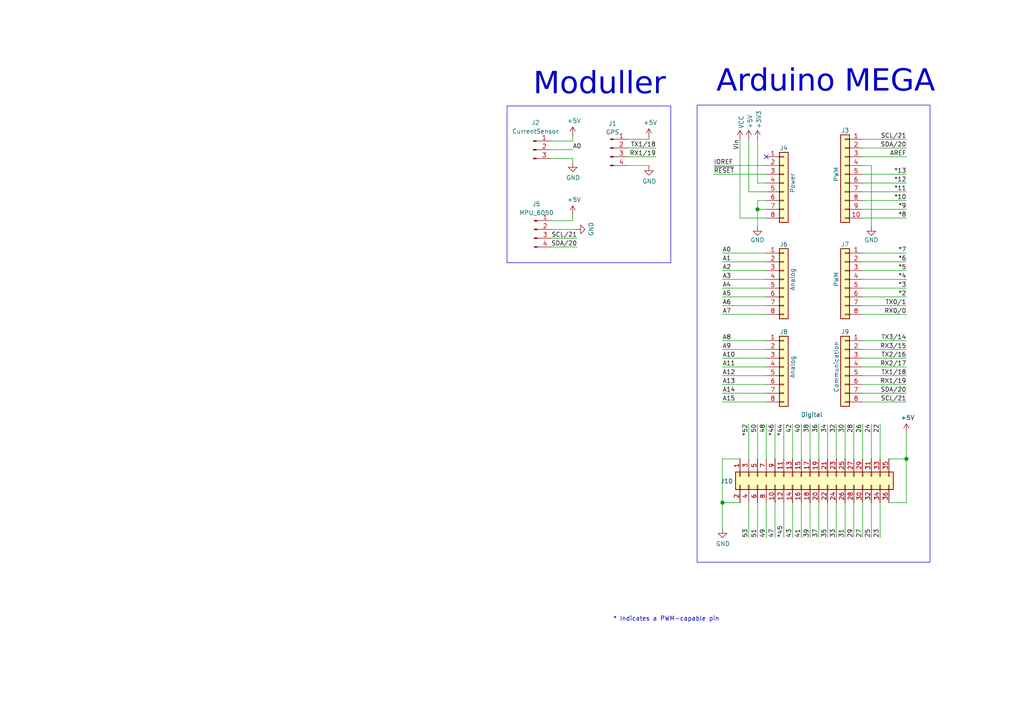
<source format=kicad_sch>
(kicad_sch (version 20230121) (generator eeschema)
  (paper "A4")
  (title_block (date "mar. 31 mars 2015"))
  (lib_symbols
    (symbol "Connector:Conn_01x03_Pin" (pin_names (offset 1.016) hide)
      (property "Reference" "J" (at 0 5.08 0))
      (property "Value" "Conn_01x03_Pin" (at 0 -5.08 0))
      (symbol "Conn_01x03_Pin_1_1"
        (polyline (pts (xy 1.27 -2.54) (xy 0.8636 -2.54)) (stroke (width 0.1524)))
        (polyline (pts (xy 1.27 0) (xy 0.8636 0)) (stroke (width 0.1524)))
        (polyline (pts (xy 1.27 2.54) (xy 0.8636 2.54)) (stroke (width 0.1524)))
        (rectangle (start 0.8636 -2.413) (end 0 -2.667) (stroke (width 0.1524)) (fill (type outline)))
        (rectangle (start 0.8636 0.127) (end 0 -0.127) (stroke (width 0.1524)) (fill (type outline)))
        (rectangle (start 0.8636 2.667) (end 0 2.413) (stroke (width 0.1524)) (fill (type outline)))
        (pin passive line (at 5.08 2.54 180) (length 3.81) (name "Pin_1") (number "1"))
        (pin passive line (at 5.08 0 180) (length 3.81) (name "Pin_2") (number "2"))
        (pin passive line (at 5.08 -2.54 180) (length 3.81) (name "Pin_3") (number "3"))
      )
    )
    (symbol "Connector:Conn_01x04_Pin" (pin_names (offset 1.016) hide)
      (property "Reference" "J" (at 0 5.08 0))
      (property "Value" "Conn_01x04_Pin" (at 0 -7.62 0))
      (symbol "Conn_01x04_Pin_1_1"
        (polyline (pts (xy 1.27 -5.08) (xy 0.8636 -5.08)) (stroke (width 0.1524)))
        (polyline (pts (xy 1.27 -2.54) (xy 0.8636 -2.54)) (stroke (width 0.1524)))
        (polyline (pts (xy 1.27 0) (xy 0.8636 0)) (stroke (width 0.1524)))
        (polyline (pts (xy 1.27 2.54) (xy 0.8636 2.54)) (stroke (width 0.1524)))
        (rectangle (start 0.8636 -4.953) (end 0 -5.207) (stroke (width 0.1524)) (fill (type outline)))
        (rectangle (start 0.8636 -2.413) (end 0 -2.667) (stroke (width 0.1524)) (fill (type outline)))
        (rectangle (start 0.8636 0.127) (end 0 -0.127) (stroke (width 0.1524)) (fill (type outline)))
        (rectangle (start 0.8636 2.667) (end 0 2.413) (stroke (width 0.1524)) (fill (type outline)))
        (pin passive line (at 5.08 2.54 180) (length 3.81) (name "Pin_1") (number "1"))
        (pin passive line (at 5.08 0 180) (length 3.81) (name "Pin_2") (number "2"))
        (pin passive line (at 5.08 -2.54 180) (length 3.81) (name "Pin_3") (number "3"))
        (pin passive line (at 5.08 -5.08 180) (length 3.81) (name "Pin_4") (number "4"))
      )
    )
    (symbol "Connector_Generic:Conn_01x08" (pin_names (offset 1.016) hide)
      (property "Reference" "J" (at 0 10.16 0))
      (property "Value" "Conn_01x08" (at 0 -12.7 0))
      (symbol "Conn_01x08_1_1"
        (rectangle (start -1.27 -10.033) (end 0 -10.287) (stroke (width 0.1524)))
        (rectangle (start -1.27 -7.493) (end 0 -7.747) (stroke (width 0.1524)))
        (rectangle (start -1.27 -4.953) (end 0 -5.207) (stroke (width 0.1524)))
        (rectangle (start -1.27 -2.413) (end 0 -2.667) (stroke (width 0.1524)))
        (rectangle (start -1.27 0.127) (end 0 -0.127) (stroke (width 0.1524)))
        (rectangle (start -1.27 2.667) (end 0 2.413) (stroke (width 0.1524)))
        (rectangle (start -1.27 5.207) (end 0 4.953) (stroke (width 0.1524)))
        (rectangle (start -1.27 7.747) (end 0 7.493) (stroke (width 0.1524)))
        (rectangle (start -1.27 8.89) (end 1.27 -11.43) (stroke (width 0.254)) (fill (type background)))
        (pin passive line (at -5.08 7.62 0) (length 3.81) (name "Pin_1") (number "1"))
        (pin passive line (at -5.08 5.08 0) (length 3.81) (name "Pin_2") (number "2"))
        (pin passive line (at -5.08 2.54 0) (length 3.81) (name "Pin_3") (number "3"))
        (pin passive line (at -5.08 0 0) (length 3.81) (name "Pin_4") (number "4"))
        (pin passive line (at -5.08 -2.54 0) (length 3.81) (name "Pin_5") (number "5"))
        (pin passive line (at -5.08 -5.08 0) (length 3.81) (name "Pin_6") (number "6"))
        (pin passive line (at -5.08 -7.62 0) (length 3.81) (name "Pin_7") (number "7"))
        (pin passive line (at -5.08 -10.16 0) (length 3.81) (name "Pin_8") (number "8"))
      )
    )
    (symbol "Connector_Generic:Conn_01x10" (pin_names (offset 1.016) hide)
      (property "Reference" "J" (at 0 12.7 0))
      (property "Value" "Conn_01x10" (at 0 -15.24 0))
      (symbol "Conn_01x10_1_1"
        (rectangle (start -1.27 -12.573) (end 0 -12.827) (stroke (width 0.1524)))
        (rectangle (start -1.27 -10.033) (end 0 -10.287) (stroke (width 0.1524)))
        (rectangle (start -1.27 -7.493) (end 0 -7.747) (stroke (width 0.1524)))
        (rectangle (start -1.27 -4.953) (end 0 -5.207) (stroke (width 0.1524)))
        (rectangle (start -1.27 -2.413) (end 0 -2.667) (stroke (width 0.1524)))
        (rectangle (start -1.27 0.127) (end 0 -0.127) (stroke (width 0.1524)))
        (rectangle (start -1.27 2.667) (end 0 2.413) (stroke (width 0.1524)))
        (rectangle (start -1.27 5.207) (end 0 4.953) (stroke (width 0.1524)))
        (rectangle (start -1.27 7.747) (end 0 7.493) (stroke (width 0.1524)))
        (rectangle (start -1.27 10.287) (end 0 10.033) (stroke (width 0.1524)))
        (rectangle (start -1.27 11.43) (end 1.27 -13.97) (stroke (width 0.254)) (fill (type background)))
        (pin passive line (at -5.08 10.16 0) (length 3.81) (name "Pin_1") (number "1"))
        (pin passive line (at -5.08 -12.7 0) (length 3.81) (name "Pin_10") (number "10"))
        (pin passive line (at -5.08 7.62 0) (length 3.81) (name "Pin_2") (number "2"))
        (pin passive line (at -5.08 5.08 0) (length 3.81) (name "Pin_3") (number "3"))
        (pin passive line (at -5.08 2.54 0) (length 3.81) (name "Pin_4") (number "4"))
        (pin passive line (at -5.08 0 0) (length 3.81) (name "Pin_5") (number "5"))
        (pin passive line (at -5.08 -2.54 0) (length 3.81) (name "Pin_6") (number "6"))
        (pin passive line (at -5.08 -5.08 0) (length 3.81) (name "Pin_7") (number "7"))
        (pin passive line (at -5.08 -7.62 0) (length 3.81) (name "Pin_8") (number "8"))
        (pin passive line (at -5.08 -10.16 0) (length 3.81) (name "Pin_9") (number "9"))
      )
    )
    (symbol "Connector_Generic:Conn_02x18_Odd_Even" (pin_names (offset 1.016) hide)
      (property "Reference" "J" (at 1.27 22.86 0))
      (property "Value" "Conn_02x18_Odd_Even" (at 1.27 -25.4 0))
      (symbol "Conn_02x18_Odd_Even_1_1"
        (rectangle (start -1.27 -22.733) (end 0 -22.987) (stroke (width 0.1524)))
        (rectangle (start -1.27 -20.193) (end 0 -20.447) (stroke (width 0.1524)))
        (rectangle (start -1.27 -17.653) (end 0 -17.907) (stroke (width 0.1524)))
        (rectangle (start -1.27 -15.113) (end 0 -15.367) (stroke (width 0.1524)))
        (rectangle (start -1.27 -12.573) (end 0 -12.827) (stroke (width 0.1524)))
        (rectangle (start -1.27 -10.033) (end 0 -10.287) (stroke (width 0.1524)))
        (rectangle (start -1.27 -7.493) (end 0 -7.747) (stroke (width 0.1524)))
        (rectangle (start -1.27 -4.953) (end 0 -5.207) (stroke (width 0.1524)))
        (rectangle (start -1.27 -2.413) (end 0 -2.667) (stroke (width 0.1524)))
        (rectangle (start -1.27 0.127) (end 0 -0.127) (stroke (width 0.1524)))
        (rectangle (start -1.27 2.667) (end 0 2.413) (stroke (width 0.1524)))
        (rectangle (start -1.27 5.207) (end 0 4.953) (stroke (width 0.1524)))
        (rectangle (start -1.27 7.747) (end 0 7.493) (stroke (width 0.1524)))
        (rectangle (start -1.27 10.287) (end 0 10.033) (stroke (width 0.1524)))
        (rectangle (start -1.27 12.827) (end 0 12.573) (stroke (width 0.1524)))
        (rectangle (start -1.27 15.367) (end 0 15.113) (stroke (width 0.1524)))
        (rectangle (start -1.27 17.907) (end 0 17.653) (stroke (width 0.1524)))
        (rectangle (start -1.27 20.447) (end 0 20.193) (stroke (width 0.1524)))
        (rectangle (start -1.27 21.59) (end 3.81 -24.13) (stroke (width 0.254)) (fill (type background)))
        (rectangle (start 3.81 -22.733) (end 2.54 -22.987) (stroke (width 0.1524)))
        (rectangle (start 3.81 -20.193) (end 2.54 -20.447) (stroke (width 0.1524)))
        (rectangle (start 3.81 -17.653) (end 2.54 -17.907) (stroke (width 0.1524)))
        (rectangle (start 3.81 -15.113) (end 2.54 -15.367) (stroke (width 0.1524)))
        (rectangle (start 3.81 -12.573) (end 2.54 -12.827) (stroke (width 0.1524)))
        (rectangle (start 3.81 -10.033) (end 2.54 -10.287) (stroke (width 0.1524)))
        (rectangle (start 3.81 -7.493) (end 2.54 -7.747) (stroke (width 0.1524)))
        (rectangle (start 3.81 -4.953) (end 2.54 -5.207) (stroke (width 0.1524)))
        (rectangle (start 3.81 -2.413) (end 2.54 -2.667) (stroke (width 0.1524)))
        (rectangle (start 3.81 0.127) (end 2.54 -0.127) (stroke (width 0.1524)))
        (rectangle (start 3.81 2.667) (end 2.54 2.413) (stroke (width 0.1524)))
        (rectangle (start 3.81 5.207) (end 2.54 4.953) (stroke (width 0.1524)))
        (rectangle (start 3.81 7.747) (end 2.54 7.493) (stroke (width 0.1524)))
        (rectangle (start 3.81 10.287) (end 2.54 10.033) (stroke (width 0.1524)))
        (rectangle (start 3.81 12.827) (end 2.54 12.573) (stroke (width 0.1524)))
        (rectangle (start 3.81 15.367) (end 2.54 15.113) (stroke (width 0.1524)))
        (rectangle (start 3.81 17.907) (end 2.54 17.653) (stroke (width 0.1524)))
        (rectangle (start 3.81 20.447) (end 2.54 20.193) (stroke (width 0.1524)))
        (pin passive line (at -5.08 20.32 0) (length 3.81) (name "Pin_1") (number "1"))
        (pin passive line (at 7.62 10.16 180) (length 3.81) (name "Pin_10") (number "10"))
        (pin passive line (at -5.08 7.62 0) (length 3.81) (name "Pin_11") (number "11"))
        (pin passive line (at 7.62 7.62 180) (length 3.81) (name "Pin_12") (number "12"))
        (pin passive line (at -5.08 5.08 0) (length 3.81) (name "Pin_13") (number "13"))
        (pin passive line (at 7.62 5.08 180) (length 3.81) (name "Pin_14") (number "14"))
        (pin passive line (at -5.08 2.54 0) (length 3.81) (name "Pin_15") (number "15"))
        (pin passive line (at 7.62 2.54 180) (length 3.81) (name "Pin_16") (number "16"))
        (pin passive line (at -5.08 0 0) (length 3.81) (name "Pin_17") (number "17"))
        (pin passive line (at 7.62 0 180) (length 3.81) (name "Pin_18") (number "18"))
        (pin passive line (at -5.08 -2.54 0) (length 3.81) (name "Pin_19") (number "19"))
        (pin passive line (at 7.62 20.32 180) (length 3.81) (name "Pin_2") (number "2"))
        (pin passive line (at 7.62 -2.54 180) (length 3.81) (name "Pin_20") (number "20"))
        (pin passive line (at -5.08 -5.08 0) (length 3.81) (name "Pin_21") (number "21"))
        (pin passive line (at 7.62 -5.08 180) (length 3.81) (name "Pin_22") (number "22"))
        (pin passive line (at -5.08 -7.62 0) (length 3.81) (name "Pin_23") (number "23"))
        (pin passive line (at 7.62 -7.62 180) (length 3.81) (name "Pin_24") (number "24"))
        (pin passive line (at -5.08 -10.16 0) (length 3.81) (name "Pin_25") (number "25"))
        (pin passive line (at 7.62 -10.16 180) (length 3.81) (name "Pin_26") (number "26"))
        (pin passive line (at -5.08 -12.7 0) (length 3.81) (name "Pin_27") (number "27"))
        (pin passive line (at 7.62 -12.7 180) (length 3.81) (name "Pin_28") (number "28"))
        (pin passive line (at -5.08 -15.24 0) (length 3.81) (name "Pin_29") (number "29"))
        (pin passive line (at -5.08 17.78 0) (length 3.81) (name "Pin_3") (number "3"))
        (pin passive line (at 7.62 -15.24 180) (length 3.81) (name "Pin_30") (number "30"))
        (pin passive line (at -5.08 -17.78 0) (length 3.81) (name "Pin_31") (number "31"))
        (pin passive line (at 7.62 -17.78 180) (length 3.81) (name "Pin_32") (number "32"))
        (pin passive line (at -5.08 -20.32 0) (length 3.81) (name "Pin_33") (number "33"))
        (pin passive line (at 7.62 -20.32 180) (length 3.81) (name "Pin_34") (number "34"))
        (pin passive line (at -5.08 -22.86 0) (length 3.81) (name "Pin_35") (number "35"))
        (pin passive line (at 7.62 -22.86 180) (length 3.81) (name "Pin_36") (number "36"))
        (pin passive line (at 7.62 17.78 180) (length 3.81) (name "Pin_4") (number "4"))
        (pin passive line (at -5.08 15.24 0) (length 3.81) (name "Pin_5") (number "5"))
        (pin passive line (at 7.62 15.24 180) (length 3.81) (name "Pin_6") (number "6"))
        (pin passive line (at -5.08 12.7 0) (length 3.81) (name "Pin_7") (number "7"))
        (pin passive line (at 7.62 12.7 180) (length 3.81) (name "Pin_8") (number "8"))
        (pin passive line (at -5.08 10.16 0) (length 3.81) (name "Pin_9") (number "9"))
      )
    )
    (symbol "power:+3V3" (power) (pin_names (offset 0))
      (property "Value" "+3V3" (at 0 3.556 0))
      (symbol "+3V3_0_1"
        (polyline (pts (xy -0.762 1.27) (xy 0 2.54)))
        (polyline (pts (xy 0 0) (xy 0 2.54)))
        (polyline (pts (xy 0 2.54) (xy 0.762 1.27)))
      )
      (symbol "+3V3_1_1"
        (pin power_in line (at 0 0 90) (length 0) hide (name "+3V3") (number "1"))
      )
    )
    (symbol "power:+5V" (power) (pin_names (offset 0))
      (property "Value" "+5V" (at 0 3.556 0))
      (symbol "+5V_0_1"
        (polyline (pts (xy -0.762 1.27) (xy 0 2.54)))
        (polyline (pts (xy 0 0) (xy 0 2.54)))
        (polyline (pts (xy 0 2.54) (xy 0.762 1.27)))
      )
      (symbol "+5V_1_1"
        (pin power_in line (at 0 0 90) (length 0) hide (name "+5V") (number "1"))
      )
    )
    (symbol "power:GND" (power) (pin_names (offset 0))
      (property "Value" "GND" (at 0 -3.81 0))
      (symbol "GND_0_1"
        (polyline (pts (xy 0 0) (xy 0 -1.27) (xy 1.27 -1.27) (xy 0 -2.54) (xy -1.27 -1.27) (xy 0 -1.27)))
      )
      (symbol "GND_1_1"
        (pin power_in line (at 0 0 270) (length 0) hide (name "GND") (number "1"))
      )
    )
    (symbol "power:VCC" (power) (pin_names (offset 0))
      (property "Value" "VCC" (at 0 3.81 0))
      (symbol "VCC_0_1"
        (polyline (pts (xy -0.762 1.27) (xy 0 2.54)))
        (polyline (pts (xy 0 0) (xy 0 2.54)))
        (polyline (pts (xy 0 2.54) (xy 0.762 1.27)))
      )
      (symbol "VCC_1_1"
        (pin power_in line (at 0 0 90) (length 0) hide (name "VCC") (number "1"))
      )
    )
  )
  (junction (at 209.55 145.796) (diameter 1.016))
  (junction (at 219.71 60.706) (diameter 1.016))
  (junction (at 262.89 133.096) (diameter 1.016))
  (no_connect (at 222.25 45.466))
  (wire (pts (xy 250.19 91.186) (xy 262.89 91.186)))
  (wire (pts (xy 166.116 45.974) (xy 166.116 47.244)))
  (wire (pts (xy 209.55 91.186) (xy 222.25 91.186)))
  (wire (pts (xy 250.19 58.166) (xy 262.89 58.166)))
  (wire (pts (xy 232.41 122.936) (xy 232.41 133.096)))
  (wire (pts (xy 160.02 64.008) (xy 166.116 64.008)))
  (wire (pts (xy 250.19 40.386) (xy 262.89 40.386)))
  (wire (pts (xy 234.95 122.936) (xy 234.95 133.096)))
  (wire (pts (xy 262.89 133.096) (xy 262.89 145.796)))
  (wire (pts (xy 182.118 40.386) (xy 188.214 40.386)))
  (wire (pts (xy 214.63 133.096) (xy 209.55 133.096)))
  (wire (pts (xy 182.118 42.926) (xy 190.246 42.926)))
  (wire (pts (xy 250.19 103.886) (xy 262.89 103.886)))
  (wire (pts (xy 219.71 58.166) (xy 219.71 60.706)))
  (wire (pts (xy 160.02 71.628) (xy 167.386 71.628)))
  (wire (pts (xy 237.49 145.796) (xy 237.49 155.956)))
  (wire (pts (xy 209.55 86.106) (xy 222.25 86.106)))
  (wire (pts (xy 242.57 122.936) (xy 242.57 133.096)))
  (wire (pts (xy 159.766 45.974) (xy 166.116 45.974)))
  (wire (pts (xy 219.71 122.936) (xy 219.71 133.096)))
  (wire (pts (xy 255.27 122.936) (xy 255.27 133.096)))
  (wire (pts (xy 188.214 40.386) (xy 188.214 39.878)))
  (wire (pts (xy 219.71 60.706) (xy 219.71 65.786)))
  (wire (pts (xy 250.19 145.796) (xy 250.19 155.956)))
  (wire (pts (xy 219.71 53.086) (xy 222.25 53.086)))
  (wire (pts (xy 229.87 122.936) (xy 229.87 133.096)))
  (wire (pts (xy 217.17 55.626) (xy 222.25 55.626)))
  (wire (pts (xy 240.03 145.796) (xy 240.03 155.956)))
  (wire (pts (xy 217.17 40.386) (xy 217.17 55.626)))
  (wire (pts (xy 188.214 48.006) (xy 188.214 48.26)))
  (wire (pts (xy 209.55 116.586) (xy 222.25 116.586)))
  (wire (pts (xy 224.79 145.796) (xy 224.79 155.956)))
  (wire (pts (xy 247.65 145.796) (xy 247.65 155.956)))
  (wire (pts (xy 250.19 50.546) (xy 262.89 50.546)))
  (wire (pts (xy 219.71 40.386) (xy 219.71 53.086)))
  (wire (pts (xy 250.19 73.406) (xy 262.89 73.406)))
  (wire (pts (xy 222.25 73.406) (xy 209.55 73.406)))
  (wire (pts (xy 250.19 53.086) (xy 262.89 53.086)))
  (wire (pts (xy 222.25 114.046) (xy 209.55 114.046)))
  (wire (pts (xy 250.19 75.946) (xy 262.89 75.946)))
  (wire (pts (xy 250.19 111.506) (xy 262.89 111.506)))
  (wire (pts (xy 240.03 122.936) (xy 240.03 133.096)))
  (wire (pts (xy 209.55 133.096) (xy 209.55 145.796)))
  (wire (pts (xy 224.79 122.936) (xy 224.79 133.096)))
  (wire (pts (xy 214.63 145.796) (xy 209.55 145.796)))
  (wire (pts (xy 250.19 60.706) (xy 262.89 60.706)))
  (wire (pts (xy 247.65 122.936) (xy 247.65 133.096)))
  (wire (pts (xy 245.11 122.936) (xy 245.11 133.096)))
  (wire (pts (xy 227.33 145.796) (xy 227.33 155.956)))
  (wire (pts (xy 245.11 145.796) (xy 245.11 155.956)))
  (wire (pts (xy 222.25 145.796) (xy 222.25 155.956)))
  (wire (pts (xy 252.73 122.936) (xy 252.73 133.096)))
  (wire (pts (xy 250.19 81.026) (xy 262.89 81.026)))
  (wire (pts (xy 232.41 145.796) (xy 232.41 155.956)))
  (wire (pts (xy 227.33 122.936) (xy 227.33 133.096)))
  (wire (pts (xy 207.01 48.006) (xy 222.25 48.006)))
  (wire (pts (xy 159.766 43.434) (xy 166.116 43.434)))
  (wire (pts (xy 250.19 101.346) (xy 262.89 101.346)))
  (wire (pts (xy 262.89 125.476) (xy 262.89 133.096)))
  (wire (pts (xy 182.118 48.006) (xy 188.214 48.006)))
  (wire (pts (xy 252.73 48.006) (xy 252.73 65.786)))
  (wire (pts (xy 167.132 66.548) (xy 160.02 66.548)))
  (wire (pts (xy 250.19 116.586) (xy 262.89 116.586)))
  (wire (pts (xy 159.766 40.894) (xy 166.116 40.894)))
  (wire (pts (xy 250.19 45.466) (xy 262.89 45.466)))
  (wire (pts (xy 257.81 133.096) (xy 262.89 133.096)))
  (wire (pts (xy 250.19 108.966) (xy 262.89 108.966)))
  (wire (pts (xy 209.55 106.426) (xy 222.25 106.426)))
  (wire (pts (xy 222.25 78.486) (xy 209.55 78.486)))
  (wire (pts (xy 207.01 50.546) (xy 222.25 50.546)))
  (wire (pts (xy 250.19 98.806) (xy 262.89 98.806)))
  (wire (pts (xy 182.118 45.466) (xy 190.246 45.466)))
  (wire (pts (xy 222.25 60.706) (xy 219.71 60.706)))
  (wire (pts (xy 166.116 64.008) (xy 166.116 62.23)))
  (wire (pts (xy 222.25 63.246) (xy 214.63 63.246)))
  (wire (pts (xy 217.17 122.936) (xy 217.17 133.096)))
  (wire (pts (xy 209.55 75.946) (xy 222.25 75.946)))
  (wire (pts (xy 219.71 145.796) (xy 219.71 155.956)))
  (wire (pts (xy 242.57 145.796) (xy 242.57 155.956)))
  (wire (pts (xy 222.25 103.886) (xy 209.55 103.886)))
  (wire (pts (xy 160.02 69.088) (xy 167.386 69.088)))
  (wire (pts (xy 217.17 145.796) (xy 217.17 155.956)))
  (wire (pts (xy 250.19 106.426) (xy 262.89 106.426)))
  (wire (pts (xy 250.19 48.006) (xy 252.73 48.006)))
  (wire (pts (xy 234.95 145.796) (xy 234.95 155.956)))
  (wire (pts (xy 222.25 58.166) (xy 219.71 58.166)))
  (wire (pts (xy 209.55 111.506) (xy 222.25 111.506)))
  (wire (pts (xy 250.19 122.936) (xy 250.19 133.096)))
  (wire (pts (xy 250.19 55.626) (xy 262.89 55.626)))
  (wire (pts (xy 237.49 122.936) (xy 237.49 133.096)))
  (wire (pts (xy 209.55 101.346) (xy 222.25 101.346)))
  (wire (pts (xy 250.19 78.486) (xy 262.89 78.486)))
  (wire (pts (xy 209.55 81.026) (xy 222.25 81.026)))
  (wire (pts (xy 222.25 122.936) (xy 222.25 133.096)))
  (wire (pts (xy 250.19 114.046) (xy 262.89 114.046)))
  (wire (pts (xy 262.89 145.796) (xy 257.81 145.796)))
  (wire (pts (xy 222.25 98.806) (xy 209.55 98.806)))
  (wire (pts (xy 166.116 40.894) (xy 166.116 39.37)))
  (wire (pts (xy 255.27 145.796) (xy 255.27 155.956)))
  (wire (pts (xy 250.19 42.926) (xy 262.89 42.926)))
  (wire (pts (xy 252.73 145.796) (xy 252.73 155.956)))
  (wire (pts (xy 250.19 86.106) (xy 262.89 86.106)))
  (wire (pts (xy 250.19 83.566) (xy 262.89 83.566)))
  (wire (pts (xy 229.87 145.796) (xy 229.87 155.956)))
  (wire (pts (xy 250.19 88.646) (xy 262.89 88.646)))
  (wire (pts (xy 222.25 108.966) (xy 209.55 108.966)))
  (wire (pts (xy 214.63 63.246) (xy 214.63 40.386)))
  (wire (pts (xy 209.55 145.796) (xy 209.55 153.416)))
  (wire (pts (xy 222.25 88.646) (xy 209.55 88.646)))
  (wire (pts (xy 222.25 83.566) (xy 209.55 83.566)))
  (wire (pts (xy 250.19 63.246) (xy 262.89 63.246)))
  (rectangle (start 202.184 30.48) (end 269.748 163.068))
  (rectangle (start 147.066 30.734) (end 194.564 76.2))
  (text "Arduino MEGA" (at 207.772 29.21 0) (effects (font (size 6.35 6.35)) (justify left bottom)))
  (text "* Indicates a PWM-capable pin" (at 177.8 180.34 0) (effects (font (size 1.27 1.27)) (justify left bottom)))
  (text "Moduller" (at 154.686 29.972 0) (effects (font (size 6.35 6.35)) (justify left bottom)))
  (label "A10" (at 209.55 103.886 0))
  (label "RX0{slash}0" (at 262.89 91.186 180))
  (label "A15" (at 209.55 116.586 0))
  (label "A2" (at 209.55 78.486 0))
  (label "RX2{slash}17" (at 262.89 106.426 180))
  (label "*4" (at 262.89 81.026 180))
  (label "SDA{slash}20" (at 262.89 114.046 180))
  (label "26" (at 250.19 122.936 270))
  (label "31" (at 245.11 155.956 90))
  (label "22" (at 255.27 122.936 270))
  (label "33" (at 242.57 155.956 90))
  (label "36" (at 237.49 122.936 270))
  (label "*2" (at 262.89 86.106 180))
  (label "TX1{slash}18" (at 262.89 108.966 180))
  (label "*44" (at 227.33 122.936 270))
  (label "A3" (at 209.55 81.026 0))
  (label "*13" (at 262.89 50.546 180))
  (label "*52" (at 217.17 122.936 270))
  (label "*12" (at 262.89 53.086 180))
  (label "40" (at 232.41 122.936 270))
  (label "~{RESET}" (at 207.01 50.546 0))
  (label "SCL{slash}21" (at 167.386 69.088 180))
  (label "35" (at 240.03 155.956 90))
  (label "*10" (at 262.89 58.166 180))
  (label "28" (at 247.65 122.936 270))
  (label "23" (at 255.27 155.956 90))
  (label "A0" (at 166.116 43.434 0))
  (label "29" (at 247.65 155.956 90))
  (label "A13" (at 209.55 111.506 0))
  (label "41" (at 232.41 155.956 90))
  (label "30" (at 245.11 122.936 270))
  (label "47" (at 224.79 155.956 90))
  (label "34" (at 240.03 122.936 270))
  (label "*45" (at 227.33 155.956 90))
  (label "38" (at 234.95 122.936 270))
  (label "51" (at 219.71 155.956 90))
  (label "*7" (at 262.89 73.406 180))
  (label "SDA{slash}20" (at 262.89 42.926 180))
  (label "*8" (at 262.89 63.246 180))
  (label "A9" (at 209.55 101.346 0))
  (label "*11" (at 262.89 55.626 180))
  (label "*3" (at 262.89 83.566 180))
  (label "A6" (at 209.55 88.646 0))
  (label "42" (at 229.87 122.936 270))
  (label "A1" (at 209.55 75.946 0))
  (label "53" (at 217.17 155.956 90))
  (label "TX0{slash}1" (at 262.89 88.646 180))
  (label "24" (at 252.73 122.936 270))
  (label "RX1{slash}19" (at 262.89 111.506 180))
  (label "A0" (at 209.55 73.406 0))
  (label "AREF" (at 262.89 45.466 180))
  (label "A14" (at 209.55 114.046 0))
  (label "39" (at 234.95 155.956 90))
  (label "A8" (at 209.55 98.806 0))
  (label "Vin" (at 214.63 40.386 270))
  (label "27" (at 250.19 155.956 90))
  (label "37" (at 237.49 155.956 90))
  (label "25" (at 252.73 155.956 90))
  (label "*6" (at 262.89 75.946 180))
  (label "*46" (at 224.79 122.936 270))
  (label "SCL{slash}21" (at 262.89 40.386 180))
  (label "*9" (at 262.89 60.706 180))
  (label "50" (at 219.71 122.936 270))
  (label "TX2{slash}16" (at 262.89 103.886 180))
  (label "*5" (at 262.89 78.486 180))
  (label "IOREF" (at 207.01 48.006 0))
  (label "A7" (at 209.55 91.186 0))
  (label "A11" (at 209.55 106.426 0))
  (label "A4" (at 209.55 83.566 0))
  (label "49" (at 222.25 155.956 90))
  (label "A5" (at 209.55 86.106 0))
  (label "RX3{slash}15" (at 262.89 101.346 180))
  (label "RX1{slash}19" (at 190.246 45.466 180))
  (label "TX3{slash}14" (at 262.89 98.806 180))
  (label "TX1{slash}18" (at 190.246 42.926 180))
  (label "32" (at 242.57 122.936 270))
  (label "43" (at 229.87 155.956 90))
  (label "A12" (at 209.55 108.966 0))
  (label "SCL{slash}21" (at 262.89 116.586 180))
  (label "SDA{slash}20" (at 167.386 71.628 180))
  (label "48" (at 222.25 122.936 270))
  (symbol (lib_id "Connector_Generic:Conn_01x08") (at 227.33 53.086 0) (unit 1)
    (property "Reference" "J4" (at 227.33 42.926 0))
    (property "Value" "Power" (at 229.87 53.086 90))
    (property "Footprint" "Connector_PinSocket_2.54mm:PinSocket_1x08_P2.54mm_Vertical" (effects hide))
  )
  (symbol (lib_id "power:+3V3") (at 219.71 40.386 0) (unit 1)
    (property "Reference" "#PWR05" (effects hide))
    (property "Value" "+3.3V" (at 220.091 37.338 90) (effects (justify left)))
  )
  (symbol (lib_id "power:+5V") (at 217.17 40.386 0) (unit 1)
    (property "Reference" "#PWR04" (effects hide))
    (property "Value" "+5V" (at 217.5256 37.338 90) (effects (justify left)))
  )
  (symbol (lib_id "power:GND") (at 219.71 65.786 0) (unit 1)
    (property "Reference" "#PWR09" (effects hide))
    (property "Value" "GND" (at 219.71 69.596 0))
  )
  (symbol (lib_id "Connector_Generic:Conn_01x10") (at 245.11 50.546 0) (mirror y) (unit 1)
    (property "Reference" "J3" (at 245.11 37.846 0))
    (property "Value" "PWM" (at 242.57 50.546 90))
    (property "Footprint" "Connector_PinSocket_2.54mm:PinSocket_1x10_P2.54mm_Vertical" (effects hide))
  )
  (symbol (lib_id "power:GND") (at 252.73 65.786 0) (unit 1)
    (property "Reference" "#PWR010" (effects hide))
    (property "Value" "GND" (at 252.73 69.596 0))
  )
  (symbol (lib_id "Connector_Generic:Conn_01x08") (at 227.33 81.026 0) (unit 1)
    (property "Reference" "J6" (at 227.33 70.866 0))
    (property "Value" "Analog" (at 229.87 81.026 90))
    (property "Footprint" "Connector_PinHeader_2.54mm:PinHeader_1x08_P2.54mm_Vertical" (effects hide))
  )
  (symbol (lib_id "Connector_Generic:Conn_01x08") (at 245.11 81.026 0) (mirror y) (unit 1)
    (property "Reference" "J7" (at 245.11 70.866 0))
    (property "Value" "PWM" (at 242.57 81.026 90))
    (property "Footprint" "Connector_PinSocket_2.54mm:PinSocket_1x08_P2.54mm_Vertical" (effects hide))
  )
  (symbol (lib_id "Connector_Generic:Conn_01x08") (at 227.33 106.426 0) (unit 1)
    (property "Reference" "J8" (at 227.33 96.266 0))
    (property "Value" "Analog" (at 229.87 106.426 90))
    (property "Footprint" "Connector_PinSocket_2.54mm:PinSocket_1x08_P2.54mm_Vertical" (effects hide))
  )
  (symbol (lib_id "Connector_Generic:Conn_01x08") (at 245.11 106.426 0) (mirror y) (unit 1)
    (property "Reference" "J9" (at 245.11 96.266 0))
    (property "Value" "Communication" (at 242.57 106.426 90))
    (property "Footprint" "Connector_PinSocket_2.54mm:PinSocket_1x08_P2.54mm_Vertical" (effects hide))
  )
  (symbol (lib_id "Connector_Generic:Conn_02x18_Odd_Even") (at 234.95 138.176 90) (mirror x) (unit 1)
    (property "Reference" "J10" (at 212.5979 139.5666 90) (effects (justify left)))
    (property "Value" "Digital" (at 235.458 120.269 90))
    (property "Footprint" "Connector_PinSocket_2.54mm:PinSocket_2x18_P2.54mm_Vertical" (effects hide))
  )
  (symbol (lib_id "power:GND") (at 209.55 153.416 0) (unit 1)
    (property "Reference" "#PWR013" (effects hide))
    (property "Value" "GND" (at 209.6643 157.7404 0))
  )
  (symbol (lib_id "power:+5V") (at 262.89 125.476 0) (unit 1)
    (property "Reference" "#PWR012" (effects hide))
    (property "Value" "+5V" (at 263.2583 121.1516 0))
  )
  (symbol (lib_id "power:+5V") (at 166.116 39.37 0) (unit 1)
    (property "Reference" "#PWR01" (effects hide))
    (property "Value" "+5V" (at 166.4843 35.0456 0))
  )
  (symbol (lib_id "power:VCC") (at 214.63 40.386 0) (unit 1)
    (property "Reference" "#PWR03" (effects hide))
    (property "Value" "VCC" (at 215.011 37.338 90) (effects (justify left)))
  )
  (symbol (lib_id "power:GND") (at 167.132 66.548 90) (unit 1)
    (property "Reference" "#PWR011" (effects hide))
    (property "Value" "GND" (at 171.4564 66.4337 0))
  )
  (symbol (lib_id "power:GND") (at 188.214 48.26 0) (unit 1)
    (property "Reference" "#PWR07" (effects hide))
    (property "Value" "GND" (at 188.3283 52.5844 0))
  )
  (symbol (lib_id "Connector:Conn_01x04_Pin") (at 154.94 66.548 0) (unit 1)
    (property "Reference" "J5" (at 155.575 59.182 0))
    (property "Value" "MPU_6050" (at 155.575 61.722 0))
  )
  (symbol (lib_id "Connector:Conn_01x04_Pin") (at 177.038 42.926 0) (unit 1)
    (property "Reference" "J1" (at 177.673 35.814 0))
    (property "Value" "GPS" (at 177.673 38.354 0))
    (property "Footprint" "Connector_PinHeader_2.54mm:PinHeader_1x04_P2.54mm_Vertical" (effects hide))
  )
  (symbol (lib_id "Connector:Conn_01x03_Pin") (at 154.686 43.434 0) (unit 1)
    (property "Reference" "J2" (at 155.321 35.56 0))
    (property "Value" "CurrentSensor" (at 155.321 38.1 0))
  )
  (symbol (lib_id "power:GND") (at 166.116 47.244 0) (unit 1)
    (property "Reference" "#PWR06" (effects hide))
    (property "Value" "GND" (at 166.2303 51.5684 0))
  )
  (symbol (lib_id "power:+5V") (at 166.116 62.23 0) (unit 1)
    (property "Reference" "#PWR08" (effects hide))
    (property "Value" "+5V" (at 166.4843 57.9056 0))
  )
  (symbol (lib_id "power:+5V") (at 188.214 39.878 0) (unit 1)
    (property "Reference" "#PWR02" (effects hide))
    (property "Value" "+5V" (at 188.5823 35.5536 0))
  )
)
</source>
